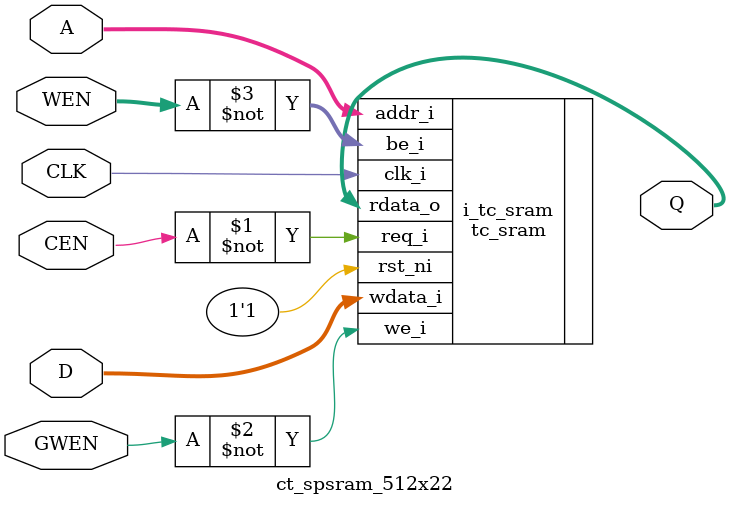
<source format=v>
/*Copyright 2019-2021 T-Head Semiconductor Co., Ltd.

Licensed under the Apache License, Version 2.0 (the "License");
you may not use this file except in compliance with the License.
You may obtain a copy of the License at

    http://www.apache.org/licenses/LICENSE-2.0

Unless required by applicable law or agreed to in writing, software
distributed under the License is distributed on an "AS IS" BASIS,
WITHOUT WARRANTIES OR CONDITIONS OF ANY KIND, either express or implied.
See the License for the specific language governing permissions and
limitations under the License.
*/

// &ModuleBeg; @22
module ct_spsram_512x22(
  A,
  CEN,
  CLK,
  D,
  GWEN,
  Q,
  WEN
);

// &Ports; @23
input   [8 :0]  A;   
input           CEN; 
input           CLK; 
input   [21:0]  D;   
input           GWEN; 
input   [21:0]  WEN; 
output  [21:0]  Q;   

// &Regs; @24

// &Wires; @25
wire    [8 :0]  A;   
wire            CEN; 
wire            CLK; 
wire    [21:0]  D;   
wire            GWEN; 
wire    [21:0]  Q;   
wire    [21:0]  WEN; 


//**********************************************************
//                  Parameter Definition
//**********************************************************
parameter ADDR_WIDTH = 9;
parameter DATA_WIDTH = 22;
parameter WE_WIDTH   = 22;

// &Force("bus","Q",DATA_WIDTH-1,0); @34
// &Force("bus","WEN",WE_WIDTH-1,0); @35
// &Force("bus","A",ADDR_WIDTH-1,0); @36
// &Force("bus","D",DATA_WIDTH-1,0); @37

  //********************************************************
  //*                        FPGA memory                   *
  //********************************************************
  //{WEN[21:11],WEN[10:0]}
//   &Instance("ct_f_spsram_512x22"); @44
tc_sram #(
  .NumWords   ( 1<<ADDR_WIDTH         ),
  .DataWidth  ( DATA_WIDTH            ),
  .ByteWidth  ( DATA_WIDTH/DATA_WIDTH ),
  .NumPorts   ( 32'd1 ),
  .Latency    ( 32'd1 ),
  .SimInit    ( "none"),
  .PrintSimCfg( 0     )
) i_tc_sram (
    .clk_i    ( CLK   ),
    .rst_ni   ( 1'b1  ),
    .req_i    ( ~CEN  ),
    .we_i     ( ~GWEN ),
    .be_i     ( ~WEN  ),
    .wdata_i  ( D     ),
    .addr_i   ( A     ),
    .rdata_o  ( Q     )
);

//   &Instance("ct_tsmc_spsram_512x22"); @50

// &ModuleEnd; @66
endmodule



</source>
